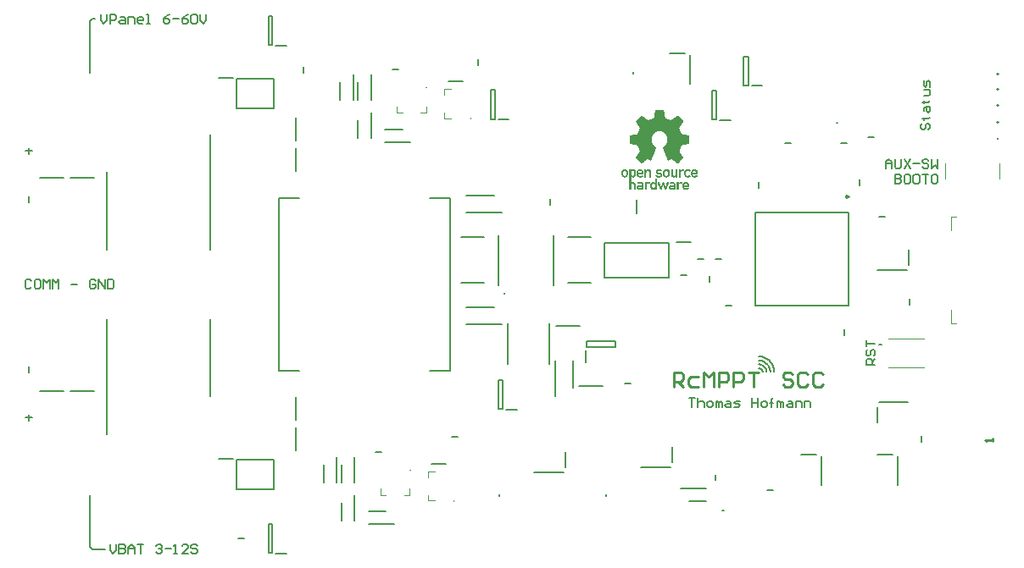
<source format=gto>
G04*
G04 #@! TF.GenerationSoftware,Altium Limited,Altium Designer,21.6.4 (81)*
G04*
G04 Layer_Color=65535*
%FSLAX25Y25*%
%MOIN*%
G70*
G04*
G04 #@! TF.SameCoordinates,FA744667-6012-4636-895A-91306D9B36BD*
G04*
G04*
G04 #@! TF.FilePolarity,Positive*
G04*
G01*
G75*
%ADD10C,0.00394*%
%ADD11C,0.00591*%
%ADD12C,0.00787*%
%ADD13C,0.00984*%
%ADD14C,0.00600*%
%ADD15C,0.01000*%
G36*
X255736Y178471D02*
Y178297D01*
Y178122D01*
Y177948D01*
Y177774D01*
X255910D01*
Y177599D01*
Y177425D01*
Y177250D01*
Y177076D01*
Y176901D01*
Y176727D01*
X256084D01*
Y176553D01*
Y176378D01*
Y176204D01*
Y176029D01*
Y175855D01*
X256259D01*
Y175680D01*
Y175506D01*
Y175332D01*
X256782D01*
Y175157D01*
X257131D01*
Y174983D01*
X257654D01*
Y174809D01*
X258003D01*
Y174634D01*
X258701D01*
Y174809D01*
X258875D01*
Y174983D01*
X259224D01*
Y175157D01*
X259399D01*
Y175332D01*
X259747D01*
Y175506D01*
X259922D01*
Y175680D01*
X260271D01*
Y175855D01*
X260445D01*
Y176029D01*
X260794D01*
Y176204D01*
X260968D01*
Y176378D01*
X261143D01*
Y176204D01*
X261491D01*
Y176029D01*
X261666D01*
Y175855D01*
X261840D01*
Y175680D01*
X262015D01*
Y175506D01*
X262189D01*
Y175332D01*
X262364D01*
Y175157D01*
X262538D01*
Y174983D01*
X262713D01*
Y174809D01*
X262887D01*
Y174634D01*
X263061D01*
Y174460D01*
X263236D01*
Y174285D01*
Y174111D01*
X263410D01*
Y173936D01*
X263236D01*
Y173762D01*
Y173588D01*
X263061D01*
Y173413D01*
X262887D01*
Y173239D01*
X262713D01*
Y173064D01*
Y172890D01*
X262538D01*
Y172715D01*
X262364D01*
Y172541D01*
Y172367D01*
X262189D01*
Y172192D01*
X262015D01*
Y172018D01*
Y171843D01*
X261840D01*
Y171669D01*
X261666D01*
Y171494D01*
Y171320D01*
Y171146D01*
X261840D01*
Y170971D01*
Y170797D01*
X262015D01*
Y170622D01*
Y170448D01*
Y170274D01*
X262189D01*
Y170099D01*
Y169925D01*
X262364D01*
Y169750D01*
Y169576D01*
X262538D01*
Y169402D01*
Y169227D01*
X262887D01*
Y169053D01*
X263759D01*
Y168878D01*
X264631D01*
Y168704D01*
X265503D01*
Y168529D01*
X265678D01*
Y168355D01*
Y168181D01*
Y168006D01*
Y167832D01*
Y167657D01*
Y167483D01*
Y167308D01*
Y167134D01*
Y166960D01*
Y166785D01*
Y166611D01*
Y166436D01*
Y166262D01*
Y166087D01*
Y165913D01*
Y165739D01*
Y165564D01*
Y165390D01*
X265503D01*
Y165215D01*
X264806D01*
Y165041D01*
X263759D01*
Y164867D01*
X262887D01*
Y164692D01*
X262538D01*
Y164518D01*
Y164343D01*
Y164169D01*
X262364D01*
Y163995D01*
Y163820D01*
X262189D01*
Y163646D01*
Y163471D01*
Y163297D01*
X262015D01*
Y163122D01*
Y162948D01*
X261840D01*
Y162774D01*
Y162599D01*
Y162425D01*
Y162250D01*
Y162076D01*
X262015D01*
Y161901D01*
Y161727D01*
X262189D01*
Y161553D01*
X262364D01*
Y161378D01*
Y161204D01*
X262538D01*
Y161029D01*
X262713D01*
Y160855D01*
Y160680D01*
X262887D01*
Y160506D01*
X263061D01*
Y160332D01*
X263236D01*
Y160157D01*
Y159983D01*
X263410D01*
Y159809D01*
X263236D01*
Y159634D01*
Y159460D01*
X263061D01*
Y159285D01*
X262887D01*
Y159111D01*
X262713D01*
Y158936D01*
X262538D01*
Y158762D01*
X262364D01*
Y158588D01*
X262189D01*
Y158413D01*
X262015D01*
Y158239D01*
X261840D01*
Y158064D01*
X261666D01*
Y157890D01*
X261491D01*
Y157715D01*
X261143D01*
Y157541D01*
X260968D01*
Y157715D01*
X260619D01*
Y157890D01*
X260445D01*
Y158064D01*
X260271D01*
Y158239D01*
X259922D01*
Y158413D01*
X259747D01*
Y158588D01*
X259399D01*
Y158762D01*
X259224D01*
Y158936D01*
X258875D01*
Y159111D01*
X258352D01*
Y158936D01*
X258003D01*
Y158762D01*
X257654D01*
Y158588D01*
X257306D01*
Y158762D01*
Y158936D01*
X257131D01*
Y159111D01*
Y159285D01*
Y159460D01*
X256957D01*
Y159634D01*
Y159809D01*
X256782D01*
Y159983D01*
Y160157D01*
X256608D01*
Y160332D01*
Y160506D01*
Y160680D01*
X256433D01*
Y160855D01*
Y161029D01*
X256259D01*
Y161204D01*
Y161378D01*
Y161553D01*
X256084D01*
Y161727D01*
Y161901D01*
X255910D01*
Y162076D01*
Y162250D01*
X255736D01*
Y162425D01*
Y162599D01*
Y162774D01*
X255561D01*
Y162948D01*
Y163122D01*
X255387D01*
Y163297D01*
Y163471D01*
Y163646D01*
X255212D01*
Y163820D01*
Y163995D01*
X255561D01*
Y164169D01*
X255736D01*
Y164343D01*
X255910D01*
Y164518D01*
X256259D01*
Y164692D01*
X256433D01*
Y164867D01*
Y165041D01*
X256608D01*
Y165215D01*
X256782D01*
Y165390D01*
Y165564D01*
X256957D01*
Y165739D01*
Y165913D01*
X257131D01*
Y166087D01*
Y166262D01*
Y166436D01*
Y166611D01*
Y166785D01*
Y166960D01*
Y167134D01*
Y167308D01*
Y167483D01*
Y167657D01*
Y167832D01*
Y168006D01*
X256957D01*
Y168181D01*
Y168355D01*
X256782D01*
Y168529D01*
Y168704D01*
X256608D01*
Y168878D01*
X256433D01*
Y169053D01*
X256259D01*
Y169227D01*
X256084D01*
Y169402D01*
X255910D01*
Y169576D01*
X255736D01*
Y169750D01*
X255387D01*
Y169925D01*
X254864D01*
Y170099D01*
X253119D01*
Y169925D01*
X252596D01*
Y169750D01*
X252247D01*
Y169576D01*
X252073D01*
Y169402D01*
X251899D01*
Y169227D01*
X251724D01*
Y169053D01*
X251550D01*
Y168878D01*
X251375D01*
Y168704D01*
X251201D01*
Y168529D01*
Y168355D01*
X251026D01*
Y168181D01*
Y168006D01*
Y167832D01*
X250852D01*
Y167657D01*
Y167483D01*
Y167308D01*
Y167134D01*
Y166960D01*
Y166785D01*
Y166611D01*
Y166436D01*
Y166262D01*
Y166087D01*
X251026D01*
Y165913D01*
Y165739D01*
Y165564D01*
X251201D01*
Y165390D01*
Y165215D01*
X251375D01*
Y165041D01*
X251550D01*
Y164867D01*
Y164692D01*
X251899D01*
Y164518D01*
X252073D01*
Y164343D01*
X252247D01*
Y164169D01*
X252422D01*
Y163995D01*
X252771D01*
Y163820D01*
Y163646D01*
Y163471D01*
X252596D01*
Y163297D01*
Y163122D01*
X252422D01*
Y162948D01*
Y162774D01*
Y162599D01*
X252247D01*
Y162425D01*
Y162250D01*
X252073D01*
Y162076D01*
Y161901D01*
X251899D01*
Y161727D01*
Y161553D01*
Y161378D01*
X251724D01*
Y161204D01*
Y161029D01*
X251550D01*
Y160855D01*
Y160680D01*
Y160506D01*
X251375D01*
Y160332D01*
Y160157D01*
X251201D01*
Y159983D01*
Y159809D01*
X251026D01*
Y159634D01*
Y159460D01*
Y159285D01*
X250852D01*
Y159111D01*
Y158936D01*
X250678D01*
Y158762D01*
Y158588D01*
X250329D01*
Y158762D01*
X249980D01*
Y158936D01*
X249805D01*
Y159111D01*
X249108D01*
Y158936D01*
X248759D01*
Y158762D01*
X248585D01*
Y158588D01*
X248410D01*
Y158413D01*
X248061D01*
Y158239D01*
X247887D01*
Y158064D01*
X247538D01*
Y157890D01*
X247364D01*
Y157715D01*
X247015D01*
Y157541D01*
X246840D01*
Y157715D01*
X246666D01*
Y157890D01*
X246492D01*
Y158064D01*
X246317D01*
Y158239D01*
X246143D01*
Y158413D01*
X245968D01*
Y158588D01*
X245794D01*
Y158762D01*
X245619D01*
Y158936D01*
X245445D01*
Y159111D01*
X245271D01*
Y159285D01*
X245096D01*
Y159460D01*
X244922D01*
Y159634D01*
X244747D01*
Y159809D01*
X244573D01*
Y159983D01*
X244747D01*
Y160157D01*
X244922D01*
Y160332D01*
Y160506D01*
X245096D01*
Y160680D01*
X245271D01*
Y160855D01*
Y161029D01*
X245445D01*
Y161204D01*
X245619D01*
Y161378D01*
Y161553D01*
X245794D01*
Y161727D01*
X245968D01*
Y161901D01*
X246143D01*
Y162076D01*
Y162250D01*
X246317D01*
Y162425D01*
Y162599D01*
X246143D01*
Y162774D01*
Y162948D01*
X245968D01*
Y163122D01*
Y163297D01*
Y163471D01*
X245794D01*
Y163646D01*
Y163820D01*
X245619D01*
Y163995D01*
Y164169D01*
Y164343D01*
X245445D01*
Y164518D01*
Y164692D01*
X245096D01*
Y164867D01*
X244224D01*
Y165041D01*
X243352D01*
Y165215D01*
X242480D01*
Y165390D01*
X242305D01*
Y165564D01*
Y165739D01*
Y165913D01*
Y166087D01*
Y166262D01*
Y166436D01*
Y166611D01*
Y166785D01*
Y166960D01*
Y167134D01*
Y167308D01*
Y167483D01*
Y167657D01*
Y167832D01*
Y168006D01*
Y168181D01*
Y168355D01*
Y168529D01*
X242480D01*
Y168704D01*
X243352D01*
Y168878D01*
X244224D01*
Y169053D01*
X245271D01*
Y169227D01*
X245445D01*
Y169402D01*
X245619D01*
Y169576D01*
Y169750D01*
X245794D01*
Y169925D01*
Y170099D01*
Y170274D01*
X245968D01*
Y170448D01*
Y170622D01*
X246143D01*
Y170797D01*
Y170971D01*
Y171146D01*
X246317D01*
Y171320D01*
Y171494D01*
Y171669D01*
X246143D01*
Y171843D01*
X245968D01*
Y172018D01*
Y172192D01*
X245794D01*
Y172367D01*
X245619D01*
Y172541D01*
Y172715D01*
X245445D01*
Y172890D01*
X245271D01*
Y173064D01*
Y173239D01*
X245096D01*
Y173413D01*
X244922D01*
Y173588D01*
Y173762D01*
X244747D01*
Y173936D01*
X244573D01*
Y174111D01*
X244747D01*
Y174285D01*
X244922D01*
Y174460D01*
X245096D01*
Y174634D01*
X245271D01*
Y174809D01*
X245445D01*
Y174983D01*
X245619D01*
Y175157D01*
X245794D01*
Y175332D01*
X245968D01*
Y175506D01*
X246143D01*
Y175680D01*
X246317D01*
Y175855D01*
X246492D01*
Y176029D01*
X246666D01*
Y176204D01*
X246840D01*
Y176378D01*
X247015D01*
Y176204D01*
X247364D01*
Y176029D01*
X247538D01*
Y175855D01*
X247887D01*
Y175680D01*
X248061D01*
Y175506D01*
X248236D01*
Y175332D01*
X248585D01*
Y175157D01*
X248759D01*
Y174983D01*
X249108D01*
Y174809D01*
X249282D01*
Y174634D01*
X249980D01*
Y174809D01*
X250329D01*
Y174983D01*
X250852D01*
Y175157D01*
X251201D01*
Y175332D01*
X251724D01*
Y175506D01*
Y175680D01*
X251899D01*
Y175855D01*
Y176029D01*
Y176204D01*
Y176378D01*
Y176553D01*
X252073D01*
Y176727D01*
Y176901D01*
Y177076D01*
Y177250D01*
Y177425D01*
Y177599D01*
X252247D01*
Y177774D01*
Y177948D01*
Y178122D01*
Y178297D01*
Y178471D01*
X252422D01*
Y178646D01*
X255736D01*
Y178471D01*
D02*
G37*
G36*
X243875Y155099D02*
X244224D01*
Y154925D01*
X244398D01*
Y154750D01*
X244573D01*
Y154576D01*
Y154402D01*
Y154227D01*
Y154053D01*
X244747D01*
Y153878D01*
Y153704D01*
Y153529D01*
Y153355D01*
Y153181D01*
X244573D01*
Y153006D01*
Y152832D01*
Y152657D01*
Y152483D01*
X244398D01*
Y152308D01*
X244224D01*
Y152134D01*
X243875D01*
Y151960D01*
X243178D01*
Y152134D01*
X242829D01*
Y151960D01*
Y151785D01*
Y151611D01*
Y151436D01*
Y151262D01*
Y151087D01*
Y150913D01*
Y150739D01*
Y150564D01*
Y150390D01*
Y150215D01*
Y150041D01*
X243003D01*
Y150215D01*
X243526D01*
Y150390D01*
X243701D01*
Y150215D01*
X244050D01*
Y150041D01*
X244398D01*
Y149867D01*
Y149692D01*
X244573D01*
Y149518D01*
Y149343D01*
Y149169D01*
X244747D01*
Y148995D01*
Y148820D01*
Y148646D01*
Y148471D01*
Y148297D01*
Y148122D01*
Y147948D01*
Y147774D01*
Y147599D01*
Y147425D01*
Y147250D01*
X244573D01*
Y147076D01*
X243875D01*
Y147250D01*
Y147425D01*
Y147599D01*
Y147774D01*
Y147948D01*
Y148122D01*
Y148297D01*
Y148471D01*
Y148646D01*
Y148820D01*
Y148995D01*
Y149169D01*
Y149343D01*
X243701D01*
Y149518D01*
X243003D01*
Y149343D01*
X242829D01*
Y149169D01*
Y148995D01*
Y148820D01*
Y148646D01*
Y148471D01*
Y148297D01*
Y148122D01*
Y147948D01*
Y147774D01*
Y147599D01*
Y147425D01*
Y147250D01*
Y147076D01*
X242131D01*
Y147250D01*
Y147425D01*
Y147599D01*
Y147774D01*
Y147948D01*
Y148122D01*
Y148297D01*
Y148471D01*
Y148646D01*
Y148820D01*
Y148995D01*
Y149169D01*
Y149343D01*
Y149518D01*
Y149692D01*
Y149867D01*
Y150041D01*
Y150215D01*
Y150390D01*
Y150564D01*
Y150739D01*
Y150913D01*
Y151087D01*
Y151262D01*
Y151436D01*
Y151611D01*
Y151785D01*
Y151960D01*
Y152134D01*
Y152308D01*
Y152483D01*
Y152657D01*
Y152832D01*
Y153006D01*
Y153181D01*
Y153355D01*
Y153529D01*
Y153704D01*
Y153878D01*
Y154053D01*
Y154227D01*
Y154402D01*
Y154576D01*
Y154750D01*
Y154925D01*
Y155099D01*
Y155274D01*
X242829D01*
Y155099D01*
X243178D01*
Y155274D01*
X243875D01*
Y155099D01*
D02*
G37*
G36*
X263410D02*
X263759D01*
Y154925D01*
Y154750D01*
X263584D01*
Y154576D01*
X263410D01*
Y154402D01*
X263236D01*
Y154576D01*
X262713D01*
Y154402D01*
X262538D01*
Y154227D01*
X262364D01*
Y154053D01*
Y153878D01*
Y153704D01*
Y153529D01*
Y153355D01*
Y153181D01*
Y153006D01*
Y152832D01*
Y152657D01*
Y152483D01*
Y152308D01*
Y152134D01*
Y151960D01*
X261666D01*
Y152134D01*
Y152308D01*
Y152483D01*
Y152657D01*
Y152832D01*
Y153006D01*
Y153181D01*
Y153355D01*
Y153529D01*
Y153704D01*
Y153878D01*
Y154053D01*
Y154227D01*
Y154402D01*
Y154576D01*
Y154750D01*
Y154925D01*
Y155099D01*
Y155274D01*
X262364D01*
Y155099D01*
Y154925D01*
X262538D01*
Y155099D01*
X262713D01*
Y155274D01*
X263410D01*
Y155099D01*
D02*
G37*
G36*
X249980D02*
X250329D01*
Y154925D01*
X250503D01*
Y154750D01*
Y154576D01*
X250678D01*
Y154402D01*
Y154227D01*
Y154053D01*
Y153878D01*
Y153704D01*
Y153529D01*
Y153355D01*
Y153181D01*
Y153006D01*
Y152832D01*
Y152657D01*
Y152483D01*
Y152308D01*
Y152134D01*
Y151960D01*
X249980D01*
Y152134D01*
Y152308D01*
Y152483D01*
Y152657D01*
Y152832D01*
Y153006D01*
Y153181D01*
Y153355D01*
Y153529D01*
Y153704D01*
Y153878D01*
Y154053D01*
Y154227D01*
X249805D01*
Y154402D01*
X249631D01*
Y154576D01*
X249108D01*
Y154402D01*
X248933D01*
Y154227D01*
Y154053D01*
X248759D01*
Y153878D01*
Y153704D01*
Y153529D01*
Y153355D01*
Y153181D01*
Y153006D01*
Y152832D01*
Y152657D01*
Y152483D01*
Y152308D01*
Y152134D01*
Y151960D01*
X248061D01*
Y152134D01*
Y152308D01*
Y152483D01*
Y152657D01*
Y152832D01*
Y153006D01*
Y153181D01*
Y153355D01*
Y153529D01*
Y153704D01*
Y153878D01*
Y154053D01*
Y154227D01*
Y154402D01*
Y154576D01*
Y154750D01*
Y154925D01*
Y155099D01*
Y155274D01*
X248759D01*
Y155099D01*
Y154925D01*
X248933D01*
Y155099D01*
X249282D01*
Y155274D01*
X249980D01*
Y155099D01*
D02*
G37*
G36*
X254166D02*
X254689D01*
Y154925D01*
X254864D01*
Y154750D01*
Y154576D01*
X254689D01*
Y154402D01*
X254166D01*
Y154576D01*
X253294D01*
Y154402D01*
Y154227D01*
Y154053D01*
X253992D01*
Y153878D01*
X254689D01*
Y153704D01*
X254864D01*
Y153529D01*
X255038D01*
Y153355D01*
Y153181D01*
Y153006D01*
Y152832D01*
Y152657D01*
Y152483D01*
X254864D01*
Y152308D01*
X254689D01*
Y152134D01*
X254340D01*
Y151960D01*
X253119D01*
Y152134D01*
X252771D01*
Y152308D01*
X252596D01*
Y152483D01*
X252422D01*
Y152657D01*
Y152832D01*
X252596D01*
Y153006D01*
X252945D01*
Y152832D01*
X253294D01*
Y152657D01*
X254166D01*
Y152832D01*
X254340D01*
Y153006D01*
Y153181D01*
X253992D01*
Y153355D01*
X252945D01*
Y153529D01*
X252771D01*
Y153704D01*
X252596D01*
Y153878D01*
Y154053D01*
Y154227D01*
Y154402D01*
Y154576D01*
Y154750D01*
X252771D01*
Y154925D01*
X252945D01*
Y155099D01*
X253294D01*
Y155274D01*
X254166D01*
Y155099D01*
D02*
G37*
G36*
X265503D02*
X265852D01*
Y154925D01*
X266201D01*
Y154750D01*
Y154576D01*
Y154402D01*
X265852D01*
Y154227D01*
X265678D01*
Y154402D01*
X265329D01*
Y154576D01*
X264806D01*
Y154402D01*
X264631D01*
Y154227D01*
X264457D01*
Y154053D01*
Y153878D01*
Y153704D01*
Y153529D01*
Y153355D01*
Y153181D01*
Y153006D01*
X264631D01*
Y152832D01*
X264806D01*
Y152657D01*
X265329D01*
Y152832D01*
X265678D01*
Y153006D01*
X265852D01*
Y152832D01*
X266026D01*
Y152657D01*
X266201D01*
Y152483D01*
Y152308D01*
X265852D01*
Y152134D01*
X265678D01*
Y151960D01*
X264631D01*
Y152134D01*
X264282D01*
Y152308D01*
X264108D01*
Y152483D01*
X263933D01*
Y152657D01*
Y152832D01*
X263759D01*
Y153006D01*
Y153181D01*
Y153355D01*
Y153529D01*
Y153704D01*
Y153878D01*
Y154053D01*
Y154227D01*
Y154402D01*
X263933D01*
Y154576D01*
Y154750D01*
X264108D01*
Y154925D01*
X264282D01*
Y155099D01*
X264806D01*
Y155274D01*
X265503D01*
Y155099D01*
D02*
G37*
G36*
X260968D02*
Y154925D01*
Y154750D01*
Y154576D01*
Y154402D01*
Y154227D01*
Y154053D01*
Y153878D01*
Y153704D01*
Y153529D01*
Y153355D01*
Y153181D01*
Y153006D01*
Y152832D01*
Y152657D01*
Y152483D01*
Y152308D01*
Y152134D01*
Y151960D01*
X260271D01*
Y152134D01*
X259922D01*
Y151960D01*
X259224D01*
Y152134D01*
X258875D01*
Y152308D01*
X258701D01*
Y152483D01*
X258526D01*
Y152657D01*
Y152832D01*
Y153006D01*
Y153181D01*
Y153355D01*
Y153529D01*
Y153704D01*
Y153878D01*
Y154053D01*
Y154227D01*
Y154402D01*
Y154576D01*
Y154750D01*
Y154925D01*
Y155099D01*
Y155274D01*
X259224D01*
Y155099D01*
Y154925D01*
Y154750D01*
Y154576D01*
Y154402D01*
Y154227D01*
Y154053D01*
Y153878D01*
Y153704D01*
Y153529D01*
Y153355D01*
Y153181D01*
Y153006D01*
Y152832D01*
X259573D01*
Y152657D01*
X260096D01*
Y152832D01*
X260271D01*
Y153006D01*
Y153181D01*
Y153355D01*
Y153529D01*
Y153704D01*
Y153878D01*
Y154053D01*
Y154227D01*
Y154402D01*
Y154576D01*
Y154750D01*
Y154925D01*
Y155099D01*
Y155274D01*
X260968D01*
Y155099D01*
D02*
G37*
G36*
X268119D02*
X268468D01*
Y154925D01*
X268643D01*
Y154750D01*
X268817D01*
Y154576D01*
X268991D01*
Y154402D01*
Y154227D01*
Y154053D01*
Y153878D01*
Y153704D01*
Y153529D01*
Y153355D01*
X267073D01*
Y153181D01*
Y153006D01*
X267247D01*
Y152832D01*
X267422D01*
Y152657D01*
X268119D01*
Y152832D01*
X268817D01*
Y152657D01*
X268991D01*
Y152483D01*
X268817D01*
Y152308D01*
X268643D01*
Y152134D01*
X268294D01*
Y151960D01*
X267247D01*
Y152134D01*
X266898D01*
Y152308D01*
X266724D01*
Y152483D01*
X266550D01*
Y152657D01*
Y152832D01*
Y153006D01*
X266375D01*
Y153181D01*
Y153355D01*
Y153529D01*
Y153704D01*
Y153878D01*
Y154053D01*
Y154227D01*
X266550D01*
Y154402D01*
Y154576D01*
X266724D01*
Y154750D01*
Y154925D01*
X267073D01*
Y155099D01*
X267247D01*
Y155274D01*
X268119D01*
Y155099D01*
D02*
G37*
G36*
X257131D02*
X257480D01*
Y154925D01*
X257654D01*
Y154750D01*
X257829D01*
Y154576D01*
Y154402D01*
X258003D01*
Y154227D01*
Y154053D01*
Y153878D01*
Y153704D01*
Y153529D01*
Y153355D01*
Y153181D01*
Y153006D01*
Y152832D01*
X257829D01*
Y152657D01*
Y152483D01*
X257654D01*
Y152308D01*
X257480D01*
Y152134D01*
X257131D01*
Y151960D01*
X256259D01*
Y152134D01*
X255910D01*
Y152308D01*
X255736D01*
Y152483D01*
X255561D01*
Y152657D01*
X255387D01*
Y152832D01*
Y153006D01*
Y153181D01*
Y153355D01*
Y153529D01*
Y153704D01*
Y153878D01*
Y154053D01*
Y154227D01*
Y154402D01*
Y154576D01*
X255561D01*
Y154750D01*
X255736D01*
Y154925D01*
X255910D01*
Y155099D01*
X256259D01*
Y155274D01*
X257131D01*
Y155099D01*
D02*
G37*
G36*
X246666D02*
X247015D01*
Y154925D01*
X247364D01*
Y154750D01*
Y154576D01*
X247538D01*
Y154402D01*
Y154227D01*
Y154053D01*
X247712D01*
Y153878D01*
Y153704D01*
Y153529D01*
Y153355D01*
X245794D01*
Y153181D01*
Y153006D01*
Y152832D01*
X245968D01*
Y152657D01*
X246840D01*
Y152832D01*
X247364D01*
Y152657D01*
X247538D01*
Y152483D01*
Y152308D01*
X247364D01*
Y152134D01*
X247015D01*
Y151960D01*
X245968D01*
Y152134D01*
X245619D01*
Y152308D01*
X245445D01*
Y152483D01*
X245271D01*
Y152657D01*
X245096D01*
Y152832D01*
Y153006D01*
Y153181D01*
Y153355D01*
X244922D01*
Y153529D01*
Y153704D01*
Y153878D01*
X245096D01*
Y154053D01*
Y154227D01*
Y154402D01*
Y154576D01*
X245271D01*
Y154750D01*
X245445D01*
Y154925D01*
X245619D01*
Y155099D01*
X245968D01*
Y155274D01*
X246666D01*
Y155099D01*
D02*
G37*
G36*
X240736D02*
X241085D01*
Y154925D01*
X241259D01*
Y154750D01*
X241433D01*
Y154576D01*
Y154402D01*
X241608D01*
Y154227D01*
Y154053D01*
Y153878D01*
Y153704D01*
Y153529D01*
Y153355D01*
Y153181D01*
Y153006D01*
Y152832D01*
X241433D01*
Y152657D01*
Y152483D01*
X241259D01*
Y152308D01*
X241085D01*
Y152134D01*
X240736D01*
Y151960D01*
X239864D01*
Y152134D01*
X239515D01*
Y152308D01*
X239340D01*
Y152483D01*
X239166D01*
Y152657D01*
Y152832D01*
X238991D01*
Y153006D01*
Y153181D01*
Y153355D01*
Y153529D01*
Y153704D01*
Y153878D01*
Y154053D01*
Y154227D01*
Y154402D01*
X239166D01*
Y154576D01*
Y154750D01*
X239340D01*
Y154925D01*
X239515D01*
Y155099D01*
X239864D01*
Y155274D01*
X240736D01*
Y155099D01*
D02*
G37*
G36*
X262887Y150041D02*
X263061D01*
Y149867D01*
X262887D01*
Y149692D01*
X262713D01*
Y149518D01*
X261666D01*
Y149343D01*
Y149169D01*
Y148995D01*
Y148820D01*
Y148646D01*
Y148471D01*
Y148297D01*
Y148122D01*
Y147948D01*
Y147774D01*
Y147599D01*
Y147425D01*
Y147250D01*
X261491D01*
Y147076D01*
X260794D01*
Y147250D01*
Y147425D01*
Y147599D01*
Y147774D01*
Y147948D01*
Y148122D01*
Y148297D01*
Y148471D01*
Y148646D01*
Y148820D01*
Y148995D01*
Y149169D01*
Y149343D01*
Y149518D01*
Y149692D01*
Y149867D01*
Y150041D01*
Y150215D01*
X261666D01*
Y150041D01*
X261840D01*
Y150215D01*
X262887D01*
Y150041D01*
D02*
G37*
G36*
X252945Y151436D02*
Y151262D01*
Y151087D01*
Y150913D01*
Y150739D01*
Y150564D01*
Y150390D01*
Y150215D01*
Y150041D01*
Y149867D01*
Y149692D01*
Y149518D01*
Y149343D01*
Y149169D01*
Y148995D01*
Y148820D01*
Y148646D01*
Y148471D01*
Y148297D01*
Y148122D01*
Y147948D01*
Y147774D01*
Y147599D01*
Y147425D01*
Y147250D01*
Y147076D01*
X252247D01*
Y147250D01*
X251899D01*
Y147076D01*
X250852D01*
Y147250D01*
X250678D01*
Y147425D01*
X250503D01*
Y147599D01*
Y147774D01*
X250329D01*
Y147948D01*
Y148122D01*
Y148297D01*
Y148471D01*
Y148646D01*
Y148820D01*
Y148995D01*
Y149169D01*
Y149343D01*
Y149518D01*
X250503D01*
Y149692D01*
Y149867D01*
X250678D01*
Y150041D01*
X250852D01*
Y150215D01*
X251375D01*
Y150390D01*
X251550D01*
Y150215D01*
X252073D01*
Y150041D01*
X252247D01*
Y150215D01*
Y150390D01*
Y150564D01*
Y150739D01*
Y150913D01*
Y151087D01*
Y151262D01*
Y151436D01*
Y151611D01*
X252945D01*
Y151436D01*
D02*
G37*
G36*
X249805Y150215D02*
X250329D01*
Y150041D01*
Y149867D01*
X250154D01*
Y149692D01*
Y149518D01*
X249108D01*
Y149343D01*
X248933D01*
Y149169D01*
Y148995D01*
Y148820D01*
Y148646D01*
Y148471D01*
Y148297D01*
Y148122D01*
Y147948D01*
Y147774D01*
Y147599D01*
Y147425D01*
Y147250D01*
Y147076D01*
X248236D01*
Y147250D01*
Y147425D01*
Y147599D01*
Y147774D01*
Y147948D01*
Y148122D01*
Y148297D01*
Y148471D01*
Y148646D01*
Y148820D01*
Y148995D01*
Y149169D01*
Y149343D01*
Y149518D01*
Y149692D01*
Y149867D01*
Y150041D01*
Y150215D01*
X248933D01*
Y150041D01*
X249108D01*
Y150215D01*
X249631D01*
Y150390D01*
X249805D01*
Y150215D01*
D02*
G37*
G36*
X257654Y150041D02*
Y149867D01*
X257480D01*
Y149692D01*
Y149518D01*
Y149343D01*
Y149169D01*
X257306D01*
Y148995D01*
Y148820D01*
Y148646D01*
X257131D01*
Y148471D01*
Y148297D01*
Y148122D01*
X256957D01*
Y147948D01*
Y147774D01*
Y147599D01*
X256782D01*
Y147425D01*
Y147250D01*
Y147076D01*
X256084D01*
Y147250D01*
X255910D01*
Y147425D01*
Y147599D01*
Y147774D01*
Y147948D01*
X255736D01*
Y148122D01*
Y148297D01*
Y148471D01*
X255561D01*
Y148646D01*
Y148820D01*
Y148995D01*
X255387D01*
Y148820D01*
Y148646D01*
X255212D01*
Y148471D01*
Y148297D01*
Y148122D01*
X255038D01*
Y147948D01*
Y147774D01*
Y147599D01*
X254864D01*
Y147425D01*
Y147250D01*
Y147076D01*
X254166D01*
Y147250D01*
Y147425D01*
X253992D01*
Y147599D01*
Y147774D01*
Y147948D01*
X253817D01*
Y148122D01*
Y148297D01*
Y148471D01*
X253643D01*
Y148646D01*
Y148820D01*
Y148995D01*
X253468D01*
Y149169D01*
Y149343D01*
Y149518D01*
X253294D01*
Y149692D01*
Y149867D01*
Y150041D01*
Y150215D01*
X253992D01*
Y150041D01*
Y149867D01*
Y149692D01*
X254166D01*
Y149518D01*
Y149343D01*
Y149169D01*
X254340D01*
Y148995D01*
Y148820D01*
Y148646D01*
Y148471D01*
X254689D01*
Y148646D01*
Y148820D01*
Y148995D01*
X254864D01*
Y149169D01*
Y149343D01*
Y149518D01*
X255038D01*
Y149692D01*
Y149867D01*
Y150041D01*
X255212D01*
Y150215D01*
X255736D01*
Y150041D01*
Y149867D01*
X255910D01*
Y149692D01*
Y149518D01*
Y149343D01*
X256084D01*
Y149169D01*
Y148995D01*
Y148820D01*
X256259D01*
Y148646D01*
Y148471D01*
Y148297D01*
X256433D01*
Y148471D01*
Y148646D01*
X256608D01*
Y148820D01*
Y148995D01*
Y149169D01*
Y149343D01*
X256782D01*
Y149518D01*
Y149692D01*
Y149867D01*
Y150041D01*
X256957D01*
Y150215D01*
X257654D01*
Y150041D01*
D02*
G37*
G36*
X264457Y150215D02*
X264980D01*
Y150041D01*
X265154D01*
Y149867D01*
X265329D01*
Y149692D01*
X265503D01*
Y149518D01*
Y149343D01*
X265678D01*
Y149169D01*
Y148995D01*
Y148820D01*
Y148646D01*
Y148471D01*
X265503D01*
Y148297D01*
X263759D01*
Y148122D01*
Y147948D01*
X263933D01*
Y147774D01*
X264806D01*
Y147948D01*
X265329D01*
Y147774D01*
X265503D01*
Y147599D01*
Y147425D01*
X265329D01*
Y147250D01*
X264980D01*
Y147076D01*
X263759D01*
Y147250D01*
X263410D01*
Y147425D01*
X263236D01*
Y147599D01*
Y147774D01*
X263061D01*
Y147948D01*
Y148122D01*
Y148297D01*
Y148471D01*
Y148646D01*
Y148820D01*
Y148995D01*
Y149169D01*
Y149343D01*
Y149518D01*
X263236D01*
Y149692D01*
Y149867D01*
X263410D01*
Y150041D01*
X263759D01*
Y150215D01*
X264282D01*
Y150390D01*
X264457D01*
Y150215D01*
D02*
G37*
G36*
X259050D02*
X259747D01*
Y150041D01*
X259922D01*
Y149867D01*
X260096D01*
Y149692D01*
X260271D01*
Y149518D01*
Y149343D01*
Y149169D01*
Y148995D01*
Y148820D01*
Y148646D01*
Y148471D01*
Y148297D01*
Y148122D01*
Y147948D01*
Y147774D01*
Y147599D01*
Y147425D01*
Y147250D01*
Y147076D01*
X259573D01*
Y147250D01*
X259399D01*
Y147076D01*
X258178D01*
Y147250D01*
X258003D01*
Y147425D01*
X257829D01*
Y147599D01*
X257654D01*
Y147774D01*
Y147948D01*
Y148122D01*
Y148297D01*
Y148471D01*
X257829D01*
Y148646D01*
X258003D01*
Y148820D01*
X258352D01*
Y148995D01*
X259573D01*
Y149169D01*
Y149343D01*
Y149518D01*
X259224D01*
Y149692D01*
X258875D01*
Y149518D01*
X258003D01*
Y149692D01*
X257829D01*
Y149867D01*
X258003D01*
Y150041D01*
X258178D01*
Y150215D01*
X258875D01*
Y150390D01*
X259050D01*
Y150215D01*
D02*
G37*
G36*
X246492D02*
X247189D01*
Y150041D01*
X247364D01*
Y149867D01*
X247538D01*
Y149692D01*
Y149518D01*
Y149343D01*
Y149169D01*
X247712D01*
Y148995D01*
Y148820D01*
Y148646D01*
Y148471D01*
Y148297D01*
Y148122D01*
Y147948D01*
Y147774D01*
Y147599D01*
Y147425D01*
Y147250D01*
X247538D01*
Y147076D01*
X245619D01*
Y147250D01*
X245271D01*
Y147425D01*
X245096D01*
Y147599D01*
Y147774D01*
Y147948D01*
Y148122D01*
Y148297D01*
Y148471D01*
X245271D01*
Y148646D01*
Y148820D01*
X245619D01*
Y148995D01*
X246840D01*
Y149169D01*
Y149343D01*
Y149518D01*
X246492D01*
Y149692D01*
X246143D01*
Y149518D01*
X245794D01*
Y149343D01*
X245619D01*
Y149518D01*
X245445D01*
Y149692D01*
X245271D01*
Y149867D01*
Y150041D01*
X245445D01*
Y150215D01*
X246143D01*
Y150390D01*
X246492D01*
Y150215D01*
D02*
G37*
%LPC*%
G36*
X243526Y154576D02*
X243178D01*
Y154402D01*
X243003D01*
Y154227D01*
X242829D01*
Y154053D01*
Y153878D01*
Y153704D01*
Y153529D01*
Y153355D01*
Y153181D01*
Y153006D01*
X243003D01*
Y152832D01*
X243178D01*
Y152657D01*
X243701D01*
Y152832D01*
X243875D01*
Y153006D01*
Y153181D01*
Y153355D01*
Y153529D01*
Y153704D01*
Y153878D01*
Y154053D01*
Y154227D01*
Y154402D01*
X243526D01*
Y154576D01*
D02*
G37*
G36*
X268119D02*
X267422D01*
Y154402D01*
X267247D01*
Y154227D01*
X267073D01*
Y154053D01*
Y153878D01*
X268294D01*
Y154053D01*
Y154227D01*
X268119D01*
Y154402D01*
Y154576D01*
D02*
G37*
G36*
X256957D02*
X256433D01*
Y154402D01*
X256259D01*
Y154227D01*
X256084D01*
Y154053D01*
Y153878D01*
Y153704D01*
Y153529D01*
Y153355D01*
Y153181D01*
Y153006D01*
X256259D01*
Y152832D01*
X256433D01*
Y152657D01*
X256957D01*
Y152832D01*
X257131D01*
Y153006D01*
X257306D01*
Y153181D01*
Y153355D01*
Y153529D01*
Y153704D01*
Y153878D01*
Y154053D01*
Y154227D01*
X257131D01*
Y154402D01*
X256957D01*
Y154576D01*
D02*
G37*
G36*
X246666D02*
X245968D01*
Y154402D01*
X245794D01*
Y154227D01*
Y154053D01*
Y153878D01*
X246840D01*
Y154053D01*
Y154227D01*
Y154402D01*
X246666D01*
Y154576D01*
D02*
G37*
G36*
X240561D02*
X240038D01*
Y154402D01*
X239864D01*
Y154227D01*
X239689D01*
Y154053D01*
Y153878D01*
Y153704D01*
Y153529D01*
Y153355D01*
Y153181D01*
Y153006D01*
X239864D01*
Y152832D01*
X240038D01*
Y152657D01*
X240561D01*
Y152832D01*
X240736D01*
Y153006D01*
X240910D01*
Y153181D01*
Y153355D01*
Y153529D01*
Y153704D01*
Y153878D01*
Y154053D01*
Y154227D01*
X240736D01*
Y154402D01*
X240561D01*
Y154576D01*
D02*
G37*
G36*
X252073Y149518D02*
X251201D01*
Y149343D01*
Y149169D01*
X251026D01*
Y148995D01*
Y148820D01*
Y148646D01*
Y148471D01*
Y148297D01*
Y148122D01*
X251201D01*
Y147948D01*
Y147774D01*
X252073D01*
Y147948D01*
Y148122D01*
X252247D01*
Y148297D01*
Y148471D01*
Y148646D01*
Y148820D01*
Y148995D01*
Y149169D01*
X252073D01*
Y149343D01*
Y149518D01*
D02*
G37*
G36*
X264457Y149692D02*
X264282D01*
Y149518D01*
X263933D01*
Y149343D01*
X263759D01*
Y149169D01*
Y148995D01*
X264980D01*
Y149169D01*
X264806D01*
Y149343D01*
Y149518D01*
X264457D01*
Y149692D01*
D02*
G37*
G36*
X259573Y148297D02*
X258352D01*
Y148122D01*
Y147948D01*
Y147774D01*
X259399D01*
Y147948D01*
X259573D01*
Y148122D01*
Y148297D01*
D02*
G37*
G36*
X246840D02*
X245794D01*
Y148122D01*
Y147948D01*
Y147774D01*
X246840D01*
Y147948D01*
Y148122D01*
Y148297D01*
D02*
G37*
%LPD*%
D10*
X179500Y175500D02*
Y175106D01*
Y175500D01*
X155500Y37000D02*
X155894D01*
X155500D01*
X162394Y187500D02*
X162000D01*
X162394D01*
X173000Y25000D02*
Y24606D01*
Y25000D01*
X169441Y175252D02*
X172000D01*
X169441D02*
Y177500D01*
Y184559D02*
Y186748D01*
X172000D01*
X368657Y94535D02*
X370626D01*
X368657D02*
Y99752D01*
Y136465D02*
X370626D01*
X368657Y131248D02*
Y136465D01*
X344110Y77291D02*
X357890D01*
X344110Y88709D02*
X357890D01*
X155748Y26941D02*
Y29500D01*
X153500Y26941D02*
X155748D01*
X144252D02*
X146441D01*
X144252D02*
Y29500D01*
X150752Y177441D02*
Y180000D01*
Y177441D02*
X152941D01*
X160000D02*
X162248D01*
Y180000D01*
X162941Y24752D02*
X165500D01*
X162941D02*
Y27000D01*
Y34059D02*
Y36248D01*
X165500D01*
X387630Y151547D02*
Y157453D01*
Y151547D02*
Y157453D01*
X366370Y151547D02*
Y157453D01*
Y151547D02*
Y157453D01*
D11*
X299000Y75500D02*
X298909Y76542D01*
X298638Y77552D01*
X298196Y78500D01*
X297596Y79357D01*
X296857Y80096D01*
X296000Y80696D01*
X295052Y81138D01*
X294042Y81409D01*
X293000Y81500D01*
X297500Y75500D02*
X297387Y76501D01*
X297054Y77452D01*
X296518Y78306D01*
X295806Y79018D01*
X294953Y79554D01*
X294001Y79887D01*
X293000Y80000D01*
X296000Y75500D02*
X295853Y76427D01*
X295427Y77263D01*
X294763Y77927D01*
X293927Y78353D01*
X293000Y78500D01*
X294500Y75500D02*
X294061Y76561D01*
X293000Y77000D01*
X265591Y65133D02*
X267952D01*
X266771D01*
Y61590D01*
X269133Y65133D02*
Y61590D01*
Y63362D01*
X269723Y63952D01*
X270904D01*
X271494Y63362D01*
Y61590D01*
X273265D02*
X274446D01*
X275036Y62181D01*
Y63362D01*
X274446Y63952D01*
X273265D01*
X272675Y63362D01*
Y62181D01*
X273265Y61590D01*
X276217D02*
Y63952D01*
X276807D01*
X277398Y63362D01*
Y61590D01*
Y63362D01*
X277988Y63952D01*
X278578Y63362D01*
Y61590D01*
X280349Y63952D02*
X281530D01*
X282121Y63362D01*
Y61590D01*
X280349D01*
X279759Y62181D01*
X280349Y62771D01*
X282121D01*
X283301Y61590D02*
X285072D01*
X285663Y62181D01*
X285072Y62771D01*
X283892D01*
X283301Y63362D01*
X283892Y63952D01*
X285663D01*
X290386Y65133D02*
Y61590D01*
Y63362D01*
X292747D01*
Y65133D01*
Y61590D01*
X294518D02*
X295699D01*
X296289Y62181D01*
Y63362D01*
X295699Y63952D01*
X294518D01*
X293928Y63362D01*
Y62181D01*
X294518Y61590D01*
X298060D02*
Y64542D01*
Y63362D01*
X297470D01*
X298651D01*
X298060D01*
Y64542D01*
X298651Y65133D01*
X300422Y61590D02*
Y63952D01*
X301012D01*
X301603Y63362D01*
Y61590D01*
Y63362D01*
X302193Y63952D01*
X302783Y63362D01*
Y61590D01*
X304554Y63952D02*
X305735D01*
X306325Y63362D01*
Y61590D01*
X304554D01*
X303964Y62181D01*
X304554Y62771D01*
X306325D01*
X307506Y61590D02*
Y63952D01*
X309277D01*
X309868Y63362D01*
Y61590D01*
X311048D02*
Y63952D01*
X312819D01*
X313410Y63362D01*
Y61590D01*
D12*
X341158Y86150D02*
X340370D01*
X341158D01*
X340370D01*
X341158D01*
X233020Y26461D02*
Y27248D01*
Y26461D01*
X243480Y192752D02*
Y193539D01*
Y192752D01*
X191020Y26461D02*
Y27248D01*
Y26461D01*
X324000Y173500D02*
X323606D01*
X324000D01*
X193055Y106114D02*
Y106508D01*
Y106114D01*
Y106508D01*
X387000Y167106D02*
Y167500D01*
Y167106D01*
X278488Y20764D02*
X279276D01*
X278488D01*
X260744Y126500D02*
X266256D01*
X245000Y137744D02*
Y143256D01*
X222472Y70000D02*
X231528D01*
X213472Y93500D02*
X222528D01*
X276000Y33000D02*
Y35000D01*
X317500Y30791D02*
Y42209D01*
X309594Y43000D02*
X315500D01*
X347500Y30791D02*
Y42209D01*
X339595Y43000D02*
X345500D01*
X340291Y63500D02*
X351709D01*
X339500Y55594D02*
Y61500D01*
X339791Y115500D02*
X351209D01*
X352000Y117500D02*
Y123406D01*
X259000Y40000D02*
Y45906D01*
X246791Y38000D02*
X258209D01*
X266000Y188791D02*
Y200209D01*
X258095Y201000D02*
X264000D01*
X217000Y38000D02*
Y43905D01*
X204791Y36000D02*
X216209D01*
X190639Y174831D02*
X194773D01*
X189262Y175028D02*
Y186446D01*
X187490D02*
X189262D01*
X187490Y175028D02*
Y186446D01*
Y175028D02*
X189262D01*
X139555Y20559D02*
X146445D01*
X139555Y15441D02*
X149543D01*
X128941Y32055D02*
Y38945D01*
X134059Y32055D02*
Y42043D01*
X128941Y17055D02*
Y23945D01*
X134059Y17055D02*
Y27043D01*
X142319Y44000D02*
X144681D01*
X164406Y39398D02*
X170016D01*
X172319Y50000D02*
X174681D01*
X133559Y182555D02*
Y192543D01*
X128441Y182555D02*
Y189445D01*
X127059Y32055D02*
Y42043D01*
X121941Y32055D02*
Y38945D01*
X296319Y29000D02*
X298681D01*
X326500Y89819D02*
Y92181D01*
X217972Y128500D02*
X227028D01*
X182500Y196319D02*
Y198681D01*
X212327Y109658D02*
Y129342D01*
X190673Y109658D02*
Y129342D01*
X178087Y144894D02*
X188913D01*
X178087Y138106D02*
X191984D01*
X178087Y100894D02*
X188913D01*
X178087Y94106D02*
X191984D01*
X175972Y110500D02*
X185028D01*
X175972Y128500D02*
X185028D01*
X217972Y110500D02*
X227028D01*
X211000Y141319D02*
Y143681D01*
X257795Y112610D02*
Y126390D01*
X232205Y112610D02*
X257795D01*
X232205D02*
Y126390D01*
X257795D01*
X273500Y110819D02*
Y113181D01*
X335819Y168000D02*
X338181D01*
X275819Y120000D02*
X278181D01*
X340319Y136500D02*
X342681D01*
X262319Y113500D02*
X264681D01*
X332500Y148819D02*
Y151181D01*
X293000Y147819D02*
Y150181D01*
X279819Y101500D02*
X282181D01*
X268819Y120000D02*
X271181D01*
X88319Y10000D02*
X90681D01*
X114000Y193319D02*
Y195681D01*
X148819Y194500D02*
X151181D01*
X352331Y102016D02*
Y104378D01*
X357000Y47819D02*
Y50181D01*
X240319Y71000D02*
X242681D01*
X325319Y165500D02*
X327681D01*
X303319D02*
X305681D01*
X36724Y123724D02*
Y154138D01*
X77276Y123724D02*
Y169000D01*
X10472Y152000D02*
X19528D01*
X22472D02*
X31528D01*
X111000Y56472D02*
Y65528D01*
Y44472D02*
Y53528D01*
X10472Y68000D02*
X19528D01*
X22472D02*
X31528D01*
X111000Y166472D02*
Y175528D01*
Y154472D02*
Y163528D01*
X80532Y191102D02*
X86339D01*
X87717Y179095D02*
Y190905D01*
Y179095D02*
X102284D01*
Y190905D01*
X87717D02*
X102284D01*
X80532Y41102D02*
X86339D01*
X87717Y29094D02*
Y40905D01*
Y29094D02*
X102284D01*
Y40905D01*
X87717D02*
X102284D01*
X104240Y75990D02*
Y144010D01*
X163728D02*
X171760D01*
X104240D02*
X112272D01*
X171760Y75990D02*
Y144010D01*
X163728Y75990D02*
X171760D01*
X104240D02*
X112272D01*
X77276Y65862D02*
Y96276D01*
X36724Y51000D02*
Y96276D01*
X140559Y167555D02*
Y177543D01*
X135441Y167555D02*
Y174445D01*
X140559Y182555D02*
Y192543D01*
X135441Y182555D02*
Y189445D01*
X219894Y69087D02*
Y79913D01*
X213106Y66016D02*
Y79913D01*
X262457Y29559D02*
X272445D01*
X265555Y24441D02*
X272445D01*
X146055Y165941D02*
X156043D01*
X146055Y171059D02*
X152945D01*
X210571Y78429D02*
Y94571D01*
X194429Y78429D02*
Y94571D01*
X225291Y85319D02*
Y87681D01*
X236709D01*
Y85319D02*
Y87681D01*
X225291Y85319D02*
X236709D01*
X225095Y79216D02*
Y83941D01*
X291693Y138307D02*
X328307D01*
X291693Y101693D02*
Y138307D01*
Y101693D02*
X328307D01*
Y138307D01*
X190614Y60791D02*
X192386D01*
X190614D02*
Y72209D01*
X192386D01*
Y60791D02*
Y72209D01*
X193764Y60594D02*
X197898D01*
X274614Y174791D02*
X276386D01*
X274614D02*
Y186209D01*
X276386D01*
Y174791D02*
Y186209D01*
X277764Y174594D02*
X281898D01*
X287114Y188291D02*
X288886D01*
X287114D02*
Y199709D01*
X288886D01*
Y188291D02*
Y199709D01*
X290264Y188094D02*
X294398D01*
X170905Y189898D02*
X176516D01*
X100409Y204291D02*
X101591D01*
X100409D02*
Y215709D01*
X101591D01*
Y204291D02*
Y215709D01*
X102969Y203957D02*
X107299D01*
X100409Y4291D02*
X101591D01*
X100409D02*
Y15709D01*
X101591D01*
Y4291D02*
Y15709D01*
X102969Y3957D02*
X107299D01*
D13*
X328209Y144508D02*
X327470Y144934D01*
Y144082D01*
X328209Y144508D01*
X259484Y69484D02*
Y75388D01*
X262436D01*
X263420Y74404D01*
Y72436D01*
X262436Y71452D01*
X259484D01*
X261452D02*
X263420Y69484D01*
X269324Y73420D02*
X266372D01*
X265388Y72436D01*
Y70468D01*
X266372Y69484D01*
X269324D01*
X271291D02*
Y75388D01*
X273259Y73420D01*
X275227Y75388D01*
Y69484D01*
X277195D02*
Y75388D01*
X280147D01*
X281131Y74404D01*
Y72436D01*
X280147Y71452D01*
X277195D01*
X283099Y69484D02*
Y75388D01*
X286050D01*
X287034Y74404D01*
Y72436D01*
X286050Y71452D01*
X283099D01*
X289002Y75388D02*
X292938D01*
X290970D01*
Y69484D01*
X306420Y74404D02*
X305436Y75388D01*
X303468D01*
X302484Y74404D01*
Y73420D01*
X303468Y72436D01*
X305436D01*
X306420Y71452D01*
Y70468D01*
X305436Y69484D01*
X303468D01*
X302484Y70468D01*
X312324Y74404D02*
X311340Y75388D01*
X309372D01*
X308388Y74404D01*
Y70468D01*
X309372Y69484D01*
X311340D01*
X312324Y70468D01*
X318227Y74404D02*
X317243Y75388D01*
X315275D01*
X314291Y74404D01*
Y70468D01*
X315275Y69484D01*
X317243D01*
X318227Y70468D01*
D14*
X30000Y193189D02*
Y213500D01*
X31000Y214500D01*
X32000D01*
X30000Y6500D02*
Y26811D01*
Y6500D02*
X31000Y5500D01*
X36000D01*
X7204Y57501D02*
X4796D01*
X6000Y58705D02*
Y56297D01*
X6946Y111204D02*
X6344Y111806D01*
X5139D01*
X4537Y111204D01*
Y108796D01*
X5139Y108194D01*
X6344D01*
X6946Y108796D01*
X9957Y111806D02*
X8752D01*
X8150Y111204D01*
Y108796D01*
X8752Y108194D01*
X9957D01*
X10559Y108796D01*
Y111204D01*
X9957Y111806D01*
X11763Y108194D02*
Y111806D01*
X12968Y110602D01*
X14172Y111806D01*
Y108194D01*
X15376D02*
Y111806D01*
X16580Y110602D01*
X17785Y111806D01*
Y108194D01*
X22602Y110000D02*
X25011D01*
X32237Y111204D02*
X31635Y111806D01*
X30430D01*
X29828Y111204D01*
Y108796D01*
X30430Y108194D01*
X31635D01*
X32237Y108796D01*
Y110000D01*
X31032D01*
X33441Y108194D02*
Y111806D01*
X35850Y108194D01*
Y111806D01*
X37054D02*
Y108194D01*
X38861D01*
X39463Y108796D01*
Y111204D01*
X38861Y111806D01*
X37054D01*
X37853Y7594D02*
Y5185D01*
X39058Y3981D01*
X40262Y5185D01*
Y7594D01*
X41466D02*
Y3981D01*
X43273D01*
X43875Y4583D01*
Y5185D01*
X43273Y5787D01*
X41466D01*
X43273D01*
X43875Y6390D01*
Y6992D01*
X43273Y7594D01*
X41466D01*
X45079Y3981D02*
Y6390D01*
X46284Y7594D01*
X47488Y6390D01*
Y3981D01*
Y5787D01*
X45079D01*
X48692Y7594D02*
X51101D01*
X49897D01*
Y3981D01*
X55918Y6992D02*
X56520Y7594D01*
X57725D01*
X58327Y6992D01*
Y6390D01*
X57725Y5787D01*
X57123D01*
X57725D01*
X58327Y5185D01*
Y4583D01*
X57725Y3981D01*
X56520D01*
X55918Y4583D01*
X59531Y5787D02*
X61940D01*
X63144Y3981D02*
X64349D01*
X63746D01*
Y7594D01*
X63144Y6992D01*
X68564Y3981D02*
X66155D01*
X68564Y6390D01*
Y6992D01*
X67962Y7594D01*
X66757D01*
X66155Y6992D01*
X72177D02*
X71575Y7594D01*
X70370D01*
X69768Y6992D01*
Y6390D01*
X70370Y5787D01*
X71575D01*
X72177Y5185D01*
Y4583D01*
X71575Y3981D01*
X70370D01*
X69768Y4583D01*
X346539Y153306D02*
Y149694D01*
X348346D01*
X348948Y150296D01*
Y150898D01*
X348346Y151500D01*
X346539D01*
X348346D01*
X348948Y152102D01*
Y152704D01*
X348346Y153306D01*
X346539D01*
X351959D02*
X350754D01*
X350152Y152704D01*
Y150296D01*
X350754Y149694D01*
X351959D01*
X352561Y150296D01*
Y152704D01*
X351959Y153306D01*
X355572D02*
X354367D01*
X353765Y152704D01*
Y150296D01*
X354367Y149694D01*
X355572D01*
X356174Y150296D01*
Y152704D01*
X355572Y153306D01*
X357378D02*
X359787D01*
X358583D01*
Y149694D01*
X360991Y152704D02*
X361594Y153306D01*
X362798D01*
X363400Y152704D01*
Y150296D01*
X362798Y149694D01*
X361594D01*
X360991Y150296D01*
Y152704D01*
X6000Y77704D02*
Y75296D01*
X338807Y78183D02*
X335193D01*
Y79989D01*
X335796Y80591D01*
X337000D01*
X337602Y79989D01*
Y78183D01*
Y79387D02*
X338807Y80591D01*
X335796Y84204D02*
X335193Y83602D01*
Y82398D01*
X335796Y81796D01*
X336398D01*
X337000Y82398D01*
Y83602D01*
X337602Y84204D01*
X338204D01*
X338807Y83602D01*
Y82398D01*
X338204Y81796D01*
X335193Y85409D02*
Y87817D01*
Y86613D01*
X338807D01*
X34240Y216306D02*
Y213898D01*
X35445Y212694D01*
X36649Y213898D01*
Y216306D01*
X37853Y212694D02*
Y216306D01*
X39660D01*
X40262Y215704D01*
Y214500D01*
X39660Y213898D01*
X37853D01*
X42068Y215102D02*
X43273D01*
X43875Y214500D01*
Y212694D01*
X42068D01*
X41466Y213296D01*
X42068Y213898D01*
X43875D01*
X45079Y212694D02*
Y215102D01*
X46886D01*
X47488Y214500D01*
Y212694D01*
X50499D02*
X49294D01*
X48692Y213296D01*
Y214500D01*
X49294Y215102D01*
X50499D01*
X51101Y214500D01*
Y213898D01*
X48692D01*
X52305Y212694D02*
X53510D01*
X52907D01*
Y216306D01*
X52305D01*
X61338D02*
X60133Y215704D01*
X58929Y214500D01*
Y213296D01*
X59531Y212694D01*
X60736D01*
X61338Y213296D01*
Y213898D01*
X60736Y214500D01*
X58929D01*
X62542D02*
X64951D01*
X68564Y216306D02*
X67359Y215704D01*
X66155Y214500D01*
Y213296D01*
X66757Y212694D01*
X67962D01*
X68564Y213296D01*
Y213898D01*
X67962Y214500D01*
X66155D01*
X69768Y215704D02*
X70370Y216306D01*
X71575D01*
X72177Y215704D01*
Y213296D01*
X71575Y212694D01*
X70370D01*
X69768Y213296D01*
Y215704D01*
X73381Y216306D02*
Y213898D01*
X74585Y212694D01*
X75790Y213898D01*
Y216306D01*
X357296Y173274D02*
X356694Y172672D01*
Y171467D01*
X357296Y170865D01*
X357898D01*
X358500Y171467D01*
Y172672D01*
X359102Y173274D01*
X359704D01*
X360307Y172672D01*
Y171467D01*
X359704Y170865D01*
X357296Y175081D02*
X357898D01*
Y174478D01*
Y175683D01*
Y175081D01*
X359704D01*
X360307Y175683D01*
X357898Y178091D02*
Y179296D01*
X358500Y179898D01*
X360307D01*
Y178091D01*
X359704Y177489D01*
X359102Y178091D01*
Y179898D01*
X357296Y181704D02*
X357898D01*
Y181102D01*
Y182307D01*
Y181704D01*
X359704D01*
X360307Y182307D01*
X357898Y184113D02*
X359704D01*
X360307Y184715D01*
Y186522D01*
X357898D01*
X360307Y187726D02*
Y189532D01*
X359704Y190135D01*
X359102Y189532D01*
Y188328D01*
X358500Y187726D01*
X357898Y188328D01*
Y190135D01*
X6000Y142296D02*
Y144704D01*
X4795Y162499D02*
X7204D01*
X6000Y161295D02*
Y163703D01*
X342926Y155693D02*
Y158102D01*
X344131Y159307D01*
X345335Y158102D01*
Y155693D01*
Y157500D01*
X342926D01*
X346539Y159307D02*
Y156296D01*
X347142Y155693D01*
X348346D01*
X348948Y156296D01*
Y159307D01*
X350152D02*
X352561Y155693D01*
Y159307D02*
X350152Y155693D01*
X353765Y157500D02*
X356174D01*
X359787Y158704D02*
X359185Y159307D01*
X357980D01*
X357378Y158704D01*
Y158102D01*
X357980Y157500D01*
X359185D01*
X359787Y156898D01*
Y156296D01*
X359185Y155693D01*
X357980D01*
X357378Y156296D01*
X360991Y159307D02*
Y155693D01*
X362196Y156898D01*
X363400Y155693D01*
Y159307D01*
D15*
X386800Y174000D02*
X387000D01*
X386800Y180500D02*
X387000D01*
X386800Y187000D02*
X387000D01*
X386800Y193000D02*
X387000D01*
X384984Y48221D02*
Y49220D01*
Y48720D01*
X381985D01*
X382485Y48221D01*
M02*

</source>
